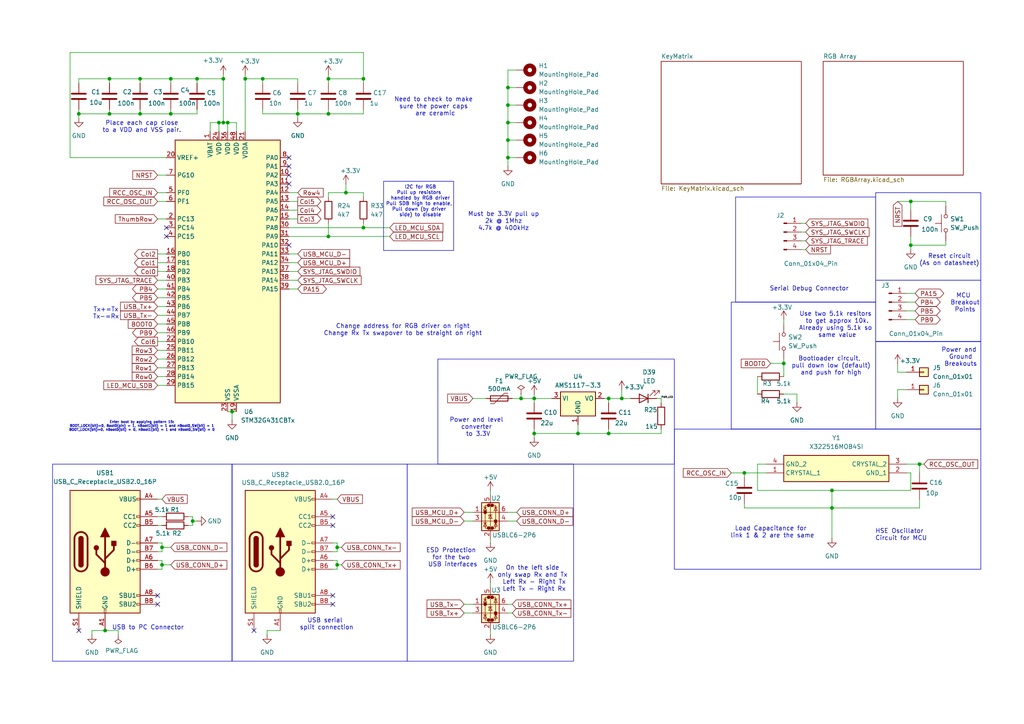
<source format=kicad_sch>
(kicad_sch (version 20250114) (generator "eeschema") (generator_version "9.0")
  (paper "A4")
  (title_block (title "TheFalcon[Left["))
  (rectangle (start 254 81.28) (end 284.48 99.06))
  (rectangle (start 118.11 134.62) (end 166.37 191.77))
  (rectangle (start 254 99.06) (end 284.48 124.46))
  (rectangle (start 212.09 87.63) (end 254 124.46))
  (rectangle (start 111.252 52.578) (end 131.572 72.644))
  (rectangle (start 67.31 134.62) (end 118.11 191.77))
  (rectangle (start 254 55.88) (end 284.48 81.28))
  (rectangle (start 195.58 124.46) (end 284.48 165.1))
  (rectangle (start 15.24 134.62) (end 67.31 191.77))
  (rectangle (start 127 104.14) (end 195.58 134.62))
  (rectangle (start 213.36 57.15) (end 254 87.63))
  (text "Place each cap close\nto a VDD and VSS pair." (at 41.148 36.83 0) (effects (font (size 1.27 1.27))))
  (text "Load Capacitance for \nlink 1 & 2 are the same" (at 224.028 154.432 0) (effects (font (size 1.27 1.27))))
  (text "Power and \nGround\nBreakouts\n" (at 278.638 103.632 0) (effects (font (size 1.27 1.27))))
  (text "Tx+=Tx\nTx-=Rx" (at 30.734 90.932 0) (effects (font (size 1.27 1.27))))
  (text "Must be 3.3V pull up\n2k @ 1Mhz\n4.7k @ 400kHz\n" (at 146.05 64.262 0) (effects (font (size 1.27 1.27))))
  (text "Need to check to make \nsure the power caps \nare ceramic" (at 126.238 30.988 0) (effects (font (size 1.27 1.27))))
  (text "Reset circuit\n(As on datasheet)\n" (at 275.336 75.438 0) (effects (font (size 1.27 1.27))))
  (text "USB serial \nsplit connection" (at 94.742 181.102 0) (effects (font (size 1.27 1.27))))
  (text "Bootloader circuit, \npull down low (default)\nand push for high" (at 241.046 106.172 0) (effects (font (size 1.27 1.27))))
  (text "Change address for RGB driver on right\nChange Rx Tx swapover to be straight on right" (at 116.84 95.758 0) (effects (font (size 1.27 1.27))))
  (text "Enter boot by applying pattern 15:\nBOOT_LOCK(bit)=0, Boot0(pin) = 1, nBoot1(bit) = 1 and nBoot0_SW(bit) = 1\nBOOT_LOCK(bit)=0, nBoot0(bit) = 0, nBoot1(bit) = 1 and nBoot0_SW(bit) = 0" (at 41.148 123.698 0) (effects (font (size 0.7 0.7))))
  (text "Power and level \nconverter \nto 3.3V" (at 138.684 123.952 0) (effects (font (size 1.27 1.27))))
  (text "MCU \nBreakout\nPoints" (at 279.908 87.884 0) (effects (font (size 1.27 1.27))))
  (text "USB to PC Connector\n" (at 42.926 182.118 0) (effects (font (size 1.27 1.27))))
  (text "ESD Protection \nfor the two \nUSB interfaces" (at 131.318 161.798 0) (effects (font (size 1.27 1.27))))
  (text "HSE Oscillator \nCircuit for MCU" (at 261.366 155.194 0) (effects (font (size 1.27 1.27))))
  (text "I2C for RGB\nPull up resistors \nhandled by RGB driver\nPull SDB high to enable, \nPull down (by driver \nside) to disable" (at 121.92 58.42 0) (effects (font (size 1 1))))
  (text "Use two 5.1k resitors \nto get approx 10k.\nAlready using 5.1k so \nsame value\n" (at 242.824 94.234 0) (effects (font (size 1.27 1.27))))
  (text "Serial Debug Connector\n" (at 234.696 83.82 0) (effects (font (size 1.27 1.27))))
  (text "On the left side \nonly swap Rx and Tx \nLeft Rx - Right Tx\nLeft Tx - Right Rx" (at 154.94 167.894 0) (effects (font (size 1.27 1.27))))
  (junction (at 147.32 45.72))
  (junction (at 63.5 35.56))
  (junction (at 147.32 30.48))
  (junction (at 95.25 68.58))
  (junction (at 147.32 40.64))
  (junction (at 105.41 22.86))
  (junction (at 49.53 22.86))
  (junction (at 95.25 22.86))
  (junction (at 215.9 137.16))
  (junction (at 46.99 163.83))
  (junction (at 31.75 33.02))
  (junction (at 180.34 115.57))
  (junction (at 64.77 35.56))
  (junction (at 105.41 66.04))
  (junction (at 71.12 22.86))
  (junction (at 147.32 25.4))
  (junction (at 95.25 33.02))
  (junction (at 22.86 33.02))
  (junction (at 31.75 22.86))
  (junction (at 86.36 33.02))
  (junction (at 264.16 58.42))
  (junction (at 154.94 125.73))
  (junction (at 46.99 158.75))
  (junction (at 167.64 125.73))
  (junction (at 154.94 115.57))
  (junction (at 176.53 115.57))
  (junction (at 97.79 158.75))
  (junction (at 40.64 33.02))
  (junction (at 176.53 125.73))
  (junction (at 266.7 134.62))
  (junction (at 66.04 35.56))
  (junction (at 151.13 115.57))
  (junction (at 147.32 35.56))
  (junction (at 30.48 182.88))
  (junction (at 76.2 22.86))
  (junction (at 241.3 147.32))
  (junction (at 64.77 22.86))
  (junction (at 57.15 22.86))
  (junction (at 55.88 151.13))
  (junction (at 67.31 119.38))
  (junction (at 241.3 142.24))
  (junction (at 264.16 71.12))
  (junction (at 100.33 55.88))
  (junction (at 227.33 105.41))
  (junction (at 40.64 22.86))
  (junction (at 97.79 163.83))
  (junction (at 49.53 33.02))
  (no_connect (at 48.26 66.04))
  (no_connect (at 73.66 182.88))
  (no_connect (at 83.82 45.72))
  (no_connect (at 83.82 48.26))
  (no_connect (at 48.26 68.58))
  (no_connect (at 45.72 172.72))
  (no_connect (at 83.82 53.34))
  (no_connect (at 83.82 50.8))
  (no_connect (at 22.86 182.88))
  (no_connect (at 45.72 175.26))
  (no_connect (at 96.52 172.72))
  (no_connect (at 96.52 175.26))
  (no_connect (at 96.52 149.86))
  (no_connect (at 83.82 71.12))
  (no_connect (at 96.52 152.4))
  (wire (pts (xy 105.41 55.88) (xy 105.41 57.15)))
  (wire (pts (xy 154.94 124.46) (xy 154.94 125.73)))
  (wire (pts (xy 40.64 22.86) (xy 49.53 22.86)))
  (wire (pts (xy 154.94 125.73) (xy 154.94 127)))
  (wire (pts (xy 147.32 40.64) (xy 149.86 40.64)))
  (wire (pts (xy 134.62 175.26) (xy 137.16 175.26)))
  (wire (pts (xy 154.94 125.73) (xy 167.64 125.73)))
  (wire (pts (xy 97.79 162.56) (xy 97.79 163.83)))
  (wire (pts (xy 223.52 105.41) (xy 227.33 105.41)))
  (wire (pts (xy 105.41 22.86) (xy 105.41 24.13)))
  (wire (pts (xy 45.72 165.1) (xy 46.99 165.1)))
  (wire (pts (xy 142.24 142.24) (xy 142.24 143.51)))
  (wire (pts (xy 54.61 152.4) (xy 55.88 152.4)))
  (wire (pts (xy 233.68 72.39) (xy 232.41 72.39)))
  (wire (pts (xy 154.94 115.57) (xy 154.94 116.84)))
  (wire (pts (xy 46.99 160.02) (xy 45.72 160.02)))
  (wire (pts (xy 55.88 152.4) (xy 55.88 151.13)))
  (wire (pts (xy 86.36 33.02) (xy 86.36 34.29)))
  (wire (pts (xy 55.88 149.86) (xy 55.88 151.13)))
  (wire (pts (xy 34.29 182.88) (xy 30.48 182.88)))
  (wire (pts (xy 49.53 22.86) (xy 49.53 24.13)))
  (wire (pts (xy 274.32 69.85) (xy 274.32 71.12)))
  (wire (pts (xy 95.25 22.86) (xy 95.25 24.13)))
  (wire (pts (xy 22.86 22.86) (xy 22.86 24.13)))
  (wire (pts (xy 154.94 114.3) (xy 154.94 115.57)))
  (wire (pts (xy 63.5 35.56) (xy 63.5 38.1)))
  (wire (pts (xy 215.9 146.05) (xy 215.9 147.32)))
  (wire (pts (xy 262.89 113.03) (xy 260.35 113.03)))
  (wire (pts (xy 105.41 64.77) (xy 105.41 66.04)))
  (wire (pts (xy 86.36 83.82) (xy 83.82 83.82)))
  (wire (pts (xy 147.32 35.56) (xy 147.32 40.64)))
  (wire (pts (xy 57.15 22.86) (xy 57.15 24.13)))
  (wire (pts (xy 137.16 115.57) (xy 140.97 115.57)))
  (wire (pts (xy 66.04 35.56) (xy 66.04 38.1)))
  (wire (pts (xy 40.64 31.75) (xy 40.64 33.02)))
  (wire (pts (xy 45.72 157.48) (xy 46.99 157.48)))
  (wire (pts (xy 97.79 157.48) (xy 97.79 158.75)))
  (wire (pts (xy 212.09 137.16) (xy 215.9 137.16)))
  (wire (pts (xy 96.52 144.78) (xy 97.79 144.78)))
  (wire (pts (xy 241.3 142.24) (xy 264.16 142.24)))
  (wire (pts (xy 86.36 81.28) (xy 83.82 81.28)))
  (wire (pts (xy 147.32 20.32) (xy 147.32 25.4)))
  (wire (pts (xy 45.72 55.88) (xy 48.26 55.88)))
  (wire (pts (xy 31.75 22.86) (xy 40.64 22.86)))
  (wire (pts (xy 45.72 83.82) (xy 48.26 83.82)))
  (wire (pts (xy 68.58 35.56) (xy 66.04 35.56)))
  (wire (pts (xy 68.58 38.1) (xy 68.58 35.56)))
  (wire (pts (xy 57.15 33.02) (xy 49.53 33.02)))
  (wire (pts (xy 60.96 35.56) (xy 60.96 38.1)))
  (wire (pts (xy 45.72 104.14) (xy 48.26 104.14)))
  (wire (pts (xy 71.12 22.86) (xy 76.2 22.86)))
  (wire (pts (xy 57.15 31.75) (xy 57.15 33.02)))
  (wire (pts (xy 26.67 182.88) (xy 30.48 182.88)))
  (wire (pts (xy 45.72 73.66) (xy 48.26 73.66)))
  (wire (pts (xy 76.2 22.86) (xy 86.36 22.86)))
  (wire (pts (xy 66.04 119.38) (xy 67.31 119.38)))
  (wire (pts (xy 142.24 156.21) (xy 142.24 157.48)))
  (wire (pts (xy 96.52 157.48) (xy 97.79 157.48)))
  (wire (pts (xy 142.24 168.91) (xy 142.24 170.18)))
  (wire (pts (xy 57.15 22.86) (xy 64.77 22.86)))
  (wire (pts (xy 264.16 137.16) (xy 264.16 142.24)))
  (wire (pts (xy 105.41 33.02) (xy 105.41 31.75)))
  (wire (pts (xy 45.72 152.4) (xy 46.99 152.4)))
  (wire (pts (xy 95.25 64.77) (xy 95.25 68.58)))
  (wire (pts (xy 149.86 148.59) (xy 147.32 148.59)))
  (wire (pts (xy 180.34 113.03) (xy 180.34 115.57)))
  (wire (pts (xy 46.99 158.75) (xy 49.53 158.75)))
  (wire (pts (xy 100.33 53.34) (xy 100.33 55.88)))
  (wire (pts (xy 260.35 58.42) (xy 264.16 58.42)))
  (wire (pts (xy 134.62 151.13) (xy 137.16 151.13)))
  (wire (pts (xy 22.86 33.02) (xy 31.75 33.02)))
  (wire (pts (xy 45.72 93.98) (xy 48.26 93.98)))
  (wire (pts (xy 76.2 31.75) (xy 76.2 33.02)))
  (wire (pts (xy 149.86 25.4) (xy 147.32 25.4)))
  (wire (pts (xy 274.32 58.42) (xy 274.32 59.69)))
  (wire (pts (xy 222.25 137.16) (xy 215.9 137.16)))
  (wire (pts (xy 147.32 30.48) (xy 149.86 30.48)))
  (wire (pts (xy 191.77 125.73) (xy 176.53 125.73)))
  (wire (pts (xy 262.89 107.95) (xy 260.35 107.95)))
  (wire (pts (xy 86.36 31.75) (xy 86.36 33.02)))
  (wire (pts (xy 46.99 163.83) (xy 46.99 165.1)))
  (wire (pts (xy 227.33 104.14) (xy 227.33 105.41)))
  (wire (pts (xy 148.59 115.57) (xy 151.13 115.57)))
  (wire (pts (xy 264.16 68.58) (xy 264.16 71.12)))
  (wire (pts (xy 215.9 147.32) (xy 241.3 147.32)))
  (wire (pts (xy 191.77 124.46) (xy 191.77 125.73)))
  (wire (pts (xy 22.86 31.75) (xy 22.86 33.02)))
  (wire (pts (xy 67.31 119.38) (xy 68.58 119.38)))
  (wire (pts (xy 97.79 160.02) (xy 96.52 160.02)))
  (wire (pts (xy 241.3 142.24) (xy 241.3 147.32)))
  (wire (pts (xy 95.25 33.02) (xy 105.41 33.02)))
  (wire (pts (xy 151.13 115.57) (xy 154.94 115.57)))
  (wire (pts (xy 26.67 182.88) (xy 26.67 184.15)))
  (wire (pts (xy 97.79 158.75) (xy 97.79 160.02)))
  (wire (pts (xy 55.88 151.13) (xy 57.15 151.13)))
  (wire (pts (xy 266.7 147.32) (xy 266.7 144.78)))
  (wire (pts (xy 262.89 134.62) (xy 266.7 134.62)))
  (wire (pts (xy 83.82 68.58) (xy 95.25 68.58)))
  (wire (pts (xy 86.36 63.5) (xy 83.82 63.5)))
  (wire (pts (xy 45.72 106.68) (xy 48.26 106.68)))
  (wire (pts (xy 260.35 107.95) (xy 260.35 105.41)))
  (wire (pts (xy 45.72 99.06) (xy 48.26 99.06)))
  (wire (pts (xy 176.53 115.57) (xy 180.34 115.57)))
  (wire (pts (xy 46.99 163.83) (xy 49.53 163.83)))
  (wire (pts (xy 67.31 119.38) (xy 67.31 121.92)))
  (wire (pts (xy 227.33 114.3) (xy 231.14 114.3)))
  (wire (pts (xy 262.89 137.16) (xy 264.16 137.16)))
  (wire (pts (xy 64.77 35.56) (xy 63.5 35.56)))
  (wire (pts (xy 71.12 22.86) (xy 71.12 38.1)))
  (wire (pts (xy 260.35 113.03) (xy 260.35 115.57)))
  (wire (pts (xy 233.68 67.31) (xy 232.41 67.31)))
  (wire (pts (xy 264.16 72.39) (xy 264.16 71.12)))
  (wire (pts (xy 45.72 76.2) (xy 48.26 76.2)))
  (wire (pts (xy 154.94 115.57) (xy 160.02 115.57)))
  (wire (pts (xy 262.89 85.09) (xy 265.43 85.09)))
  (wire (pts (xy 176.53 115.57) (xy 176.53 116.84)))
  (wire (pts (xy 233.68 64.77) (xy 232.41 64.77)))
  (wire (pts (xy 86.36 33.02) (xy 95.25 33.02)))
  (wire (pts (xy 97.79 163.83) (xy 97.79 165.1)))
  (wire (pts (xy 86.36 60.96) (xy 83.82 60.96)))
  (wire (pts (xy 40.64 22.86) (xy 40.64 24.13)))
  (wire (pts (xy 262.89 87.63) (xy 265.43 87.63)))
  (wire (pts (xy 77.47 182.88) (xy 81.28 182.88)))
  (wire (pts (xy 142.24 182.88) (xy 142.24 184.15)))
  (wire (pts (xy 54.61 149.86) (xy 55.88 149.86)))
  (wire (pts (xy 147.32 40.64) (xy 147.32 45.72)))
  (wire (pts (xy 147.32 30.48) (xy 147.32 35.56)))
  (wire (pts (xy 222.25 134.62) (xy 219.71 134.62)))
  (wire (pts (xy 175.26 115.57) (xy 176.53 115.57)))
  (wire (pts (xy 22.86 33.02) (xy 22.86 34.29)))
  (wire (pts (xy 45.72 50.8) (xy 48.26 50.8)))
  (wire (pts (xy 49.53 31.75) (xy 49.53 33.02)))
  (wire (pts (xy 95.25 22.86) (xy 105.41 22.86)))
  (wire (pts (xy 96.52 162.56) (xy 97.79 162.56)))
  (wire (pts (xy 149.86 151.13) (xy 147.32 151.13)))
  (wire (pts (xy 147.32 45.72) (xy 147.32 48.26)))
  (wire (pts (xy 266.7 134.62) (xy 266.7 137.16)))
  (wire (pts (xy 46.99 157.48) (xy 46.99 158.75)))
  (wire (pts (xy 64.77 21.59) (xy 64.77 22.86)))
  (wire (pts (xy 95.25 68.58) (xy 113.03 68.58)))
  (wire (pts (xy 31.75 22.86) (xy 31.75 24.13)))
  (wire (pts (xy 264.16 58.42) (xy 264.16 60.96)))
  (wire (pts (xy 100.33 55.88) (xy 105.41 55.88)))
  (wire (pts (xy 20.32 45.72) (xy 48.26 45.72)))
  (wire (pts (xy 147.32 25.4) (xy 147.32 30.48)))
  (wire (pts (xy 45.72 58.42) (xy 48.26 58.42)))
  (wire (pts (xy 190.5 115.57) (xy 191.77 115.57)))
  (wire (pts (xy 266.7 134.62) (xy 267.97 134.62)))
  (wire (pts (xy 31.75 33.02) (xy 40.64 33.02)))
  (wire (pts (xy 134.62 148.59) (xy 137.16 148.59)))
  (wire (pts (xy 219.71 109.22) (xy 219.71 114.3)))
  (wire (pts (xy 45.72 91.44) (xy 48.26 91.44)))
  (wire (pts (xy 45.72 162.56) (xy 46.99 162.56)))
  (wire (pts (xy 241.3 147.32) (xy 241.3 156.21)))
  (wire (pts (xy 46.99 158.75) (xy 46.99 160.02)))
  (wire (pts (xy 149.86 20.32) (xy 147.32 20.32)))
  (wire (pts (xy 191.77 115.57) (xy 191.77 116.84)))
  (wire (pts (xy 96.52 165.1) (xy 97.79 165.1)))
  (wire (pts (xy 176.53 124.46) (xy 176.53 125.73)))
  (wire (pts (xy 86.36 58.42) (xy 83.82 58.42)))
  (wire (pts (xy 49.53 33.02) (xy 40.64 33.02)))
  (wire (pts (xy 45.72 88.9) (xy 48.26 88.9)))
  (wire (pts (xy 95.25 33.02) (xy 95.25 31.75)))
  (wire (pts (xy 76.2 33.02) (xy 86.36 33.02)))
  (wire (pts (xy 45.72 149.86) (xy 46.99 149.86)))
  (wire (pts (xy 46.99 144.78) (xy 45.72 144.78)))
  (wire (pts (xy 45.72 101.6) (xy 48.26 101.6)))
  (wire (pts (xy 227.33 92.71) (xy 227.33 93.98)))
  (wire (pts (xy 71.12 21.59) (xy 71.12 22.86)))
  (wire (pts (xy 134.62 177.8) (xy 137.16 177.8)))
  (wire (pts (xy 66.04 35.56) (xy 64.77 35.56)))
  (wire (pts (xy 95.25 55.88) (xy 100.33 55.88)))
  (wire (pts (xy 20.32 15.24) (xy 105.41 15.24)))
  (wire (pts (xy 63.5 35.56) (xy 60.96 35.56)))
  (wire (pts (xy 45.72 63.5) (xy 48.26 63.5)))
  (wire (pts (xy 64.77 22.86) (xy 64.77 35.56)))
  (wire (pts (xy 86.36 73.66) (xy 83.82 73.66)))
  (wire (pts (xy 97.79 163.83) (xy 99.06 163.83)))
  (wire (pts (xy 231.14 114.3) (xy 231.14 116.84)))
  (wire (pts (xy 86.36 78.74) (xy 83.82 78.74)))
  (wire (pts (xy 148.59 175.26) (xy 147.32 175.26)))
  (wire (pts (xy 147.32 35.56) (xy 149.86 35.56)))
  (wire (pts (xy 219.71 142.24) (xy 241.3 142.24)))
  (wire (pts (xy 264.16 58.42) (xy 274.32 58.42)))
  (wire (pts (xy 46.99 162.56) (xy 46.99 163.83)))
  (wire (pts (xy 20.32 45.72) (xy 20.32 15.24)))
  (wire (pts (xy 49.53 22.86) (xy 57.15 22.86)))
  (wire (pts (xy 45.72 96.52) (xy 48.26 96.52)))
  (wire (pts (xy 76.2 22.86) (xy 76.2 24.13)))
  (wire (pts (xy 86.36 22.86) (xy 86.36 24.13)))
  (wire (pts (xy 149.86 45.72) (xy 147.32 45.72)))
  (wire (pts (xy 83.82 66.04) (xy 105.41 66.04)))
  (wire (pts (xy 105.41 15.24) (xy 105.41 22.86)))
  (wire (pts (xy 45.72 111.76) (xy 48.26 111.76)))
  (wire (pts (xy 167.64 125.73) (xy 176.53 125.73)))
  (wire (pts (xy 167.64 125.73) (xy 167.64 123.19)))
  (wire (pts (xy 86.36 76.2) (xy 83.82 76.2)))
  (wire (pts (xy 266.7 147.32) (xy 241.3 147.32)))
  (wire (pts (xy 233.68 69.85) (xy 232.41 69.85)))
  (wire (pts (xy 151.13 114.3) (xy 151.13 115.57)))
  (wire (pts (xy 262.89 92.71) (xy 265.43 92.71)))
  (wire (pts (xy 22.86 22.86) (xy 31.75 22.86)))
  (wire (pts (xy 97.79 158.75) (xy 99.06 158.75)))
  (wire (pts (xy 215.9 137.16) (xy 215.9 138.43)))
  (wire (pts (xy 219.71 134.62) (xy 219.71 142.24)))
  (wire (pts (xy 95.25 57.15) (xy 95.25 55.88)))
  (wire (pts (xy 95.25 21.59) (xy 95.25 22.86)))
  (wire (pts (xy 262.89 90.17) (xy 265.43 90.17)))
  (wire (pts (xy 45.72 78.74) (xy 48.26 78.74)))
  (wire (pts (xy 34.29 184.15) (xy 34.29 182.88)))
  (wire (pts (xy 148.59 177.8) (xy 147.32 177.8)))
  (wire (pts (xy 77.47 182.88) (xy 77.47 184.15)))
  (wire (pts (xy 264.16 71.12) (xy 274.32 71.12)))
  (wire (pts (xy 45.72 81.28) (xy 48.26 81.28)))
  (wire (pts (xy 180.34 115.57) (xy 182.88 115.57)))
  (wire (pts (xy 31.75 31.75) (xy 31.75 33.02)))
  (wire (pts (xy 227.33 105.41) (xy 227.33 109.22)))
  (wire (pts (xy 86.36 55.88) (xy 83.82 55.88)))
  (wire (pts (xy 45.72 86.36) (xy 48.26 86.36)))
  (wire (pts (xy 105.41 66.04) (xy 113.03 66.04)))
  (wire (pts (xy 45.72 109.22) (xy 48.26 109.22)))
  (label "PWR_LED" (at 191.77 115.57 0) (effects (font (size 0.5 0.5))))
  (global_label "USB_CONN_Tx+" (shape input) (at 148.59 175.26 0) (property "Intersheetrefs" "${INTERSHEET_REFS}" (effects (hide yes))))
  (global_label "Col0" (shape output) (at 45.72 78.74 180) (property "Intersheetrefs" "${INTERSHEET_REFS}" (effects (hide yes))))
  (global_label "PB4" (shape bidirectional) (at 45.72 83.82 180) (property "Intersheetrefs" "${INTERSHEET_REFS}" (effects (hide yes))))
  (global_label "Col2" (shape output) (at 45.72 73.66 180) (property "Intersheetrefs" "${INTERSHEET_REFS}" (effects (hide yes))))
  (global_label "LED_MCU_SDA" (shape input) (at 113.03 66.04 0) (property "Intersheetrefs" "${INTERSHEET_REFS}" (effects (hide yes))))
  (global_label "Row2" (shape input) (at 45.72 104.14 180) (property "Intersheetrefs" "${INTERSHEET_REFS}" (effects (hide yes))))
  (global_label "SYS_JTAG_TRACE" (shape input) (at 233.68 69.85 0) (property "Intersheetrefs" "${INTERSHEET_REFS}" (effects (hide yes))))
  (global_label "RCC_OSC_IN" (shape input) (at 45.72 55.88 180) (property "Intersheetrefs" "${INTERSHEET_REFS}" (effects (hide yes))))
  (global_label "USB_CONN_Tx-" (shape input) (at 148.59 177.8 0) (property "Intersheetrefs" "${INTERSHEET_REFS}" (effects (hide yes))))
  (global_label "SYS_JTAG_SWCLK" (shape input) (at 86.36 81.28 0) (property "Intersheetrefs" "${INTERSHEET_REFS}" (effects (hide yes))))
  (global_label "USB_Tx+" (shape input) (at 134.62 177.8 180) (property "Intersheetrefs" "${INTERSHEET_REFS}" (effects (hide yes))))
  (global_label "RCC_OSC_OUT" (shape input) (at 267.97 134.62 0) (property "Intersheetrefs" "${INTERSHEET_REFS}" (effects (hide yes))))
  (global_label "USB_MCU_D-" (shape input) (at 134.62 151.13 180) (property "Intersheetrefs" "${INTERSHEET_REFS}" (effects (hide yes))))
  (global_label "Row4" (shape input) (at 86.36 55.88 0) (property "Intersheetrefs" "${INTERSHEET_REFS}" (effects (hide yes))))
  (global_label "Row3" (shape input) (at 45.72 101.6 180) (property "Intersheetrefs" "${INTERSHEET_REFS}" (effects (hide yes))))
  (global_label "RCC_OSC_IN" (shape input) (at 212.09 137.16 180) (property "Intersheetrefs" "${INTERSHEET_REFS}" (effects (hide yes))))
  (global_label "BOOT0" (shape input) (at 45.72 93.98 180) (property "Intersheetrefs" "${INTERSHEET_REFS}" (effects (hide yes))))
  (global_label "PB9" (shape bidirectional) (at 45.72 96.52 180) (property "Intersheetrefs" "${INTERSHEET_REFS}" (effects (hide yes))))
  (global_label "NRST" (shape input) (at 233.68 72.39 0) (property "Intersheetrefs" "${INTERSHEET_REFS}" (effects (hide yes))))
  (global_label "PB9" (shape bidirectional) (at 265.43 92.71 0) (property "Intersheetrefs" "${INTERSHEET_REFS}" (effects (hide yes))))
  (global_label "LED_MCU_SDB" (shape input) (at 45.72 111.76 180) (property "Intersheetrefs" "${INTERSHEET_REFS}" (effects (hide yes))))
  (global_label "USB_CONN_D+" (shape input) (at 149.86 148.59 0) (property "Intersheetrefs" "${INTERSHEET_REFS}" (effects (hide yes))))
  (global_label "USB_MCU_D+" (shape input) (at 134.62 148.59 180) (property "Intersheetrefs" "${INTERSHEET_REFS}" (effects (hide yes))))
  (global_label "PA15" (shape bidirectional) (at 265.43 85.09 0) (property "Intersheetrefs" "${INTERSHEET_REFS}" (effects (hide yes))))
  (global_label "USB_Tx+" (shape input) (at 45.72 88.9 180) (property "Intersheetrefs" "${INTERSHEET_REFS}" (effects (hide yes))))
  (global_label "VBUS" (shape input) (at 46.99 144.78 0) (property "Intersheetrefs" "${INTERSHEET_REFS}" (effects (hide yes))))
  (global_label "SYS_JTAG_SWDIO" (shape input) (at 233.68 64.77 0) (property "Intersheetrefs" "${INTERSHEET_REFS}" (effects (hide yes))))
  (global_label "USB_CONN_D-" (shape input) (at 49.53 158.75 0) (property "Intersheetrefs" "${INTERSHEET_REFS}" (effects (hide yes))))
  (global_label "USB_CONN_Tx-" (shape input) (at 99.06 158.75 0) (property "Intersheetrefs" "${INTERSHEET_REFS}" (effects (hide yes))))
  (global_label "PB4" (shape bidirectional) (at 265.43 87.63 0) (property "Intersheetrefs" "${INTERSHEET_REFS}" (effects (hide yes))))
  (global_label "USB_MCU_D+" (shape input) (at 86.36 76.2 0) (property "Intersheetrefs" "${INTERSHEET_REFS}" (effects (hide yes))))
  (global_label "PB5" (shape bidirectional) (at 45.72 86.36 180) (property "Intersheetrefs" "${INTERSHEET_REFS}" (effects (hide yes))))
  (global_label "SYS_JTAG_TRACE" (shape input) (at 45.72 81.28 180) (property "Intersheetrefs" "${INTERSHEET_REFS}" (effects (hide yes))))
  (global_label "USB_CONN_D+" (shape input) (at 49.53 163.83 0) (property "Intersheetrefs" "${INTERSHEET_REFS}" (effects (hide yes))))
  (global_label "Col3" (shape output) (at 86.36 63.5 0) (property "Intersheetrefs" "${INTERSHEET_REFS}" (effects (hide yes))))
  (global_label "SYS_JTAG_SWCLK" (shape input) (at 233.68 67.31 0) (property "Intersheetrefs" "${INTERSHEET_REFS}" (effects (hide yes))))
  (global_label "Col1" (shape output) (at 45.72 76.2 180) (property "Intersheetrefs" "${INTERSHEET_REFS}" (effects (hide yes))))
  (global_label "LED_MCU_SCL" (shape input) (at 113.03 68.58 0) (property "Intersheetrefs" "${INTERSHEET_REFS}" (effects (hide yes))))
  (global_label "USB_Tx-" (shape input) (at 134.62 175.26 180) (property "Intersheetrefs" "${INTERSHEET_REFS}" (effects (hide yes))))
  (global_label "VBUS" (shape input) (at 97.79 144.78 0) (property "Intersheetrefs" "${INTERSHEET_REFS}" (effects (hide yes))))
  (global_label "SYS_JTAG_SWDIO" (shape input) (at 86.36 78.74 0) (property "Intersheetrefs" "${INTERSHEET_REFS}" (effects (hide yes))))
  (global_label "BOOT0" (shape input) (at 223.52 105.41 180) (property "Intersheetrefs" "${INTERSHEET_REFS}" (effects (hide yes))))
  (global_label "Col5" (shape output) (at 86.36 58.42 0) (property "Intersheetrefs" "${INTERSHEET_REFS}" (effects (hide yes))))
  (global_label "USB_MCU_D-" (shape input) (at 86.36 73.66 0) (property "Intersheetrefs" "${INTERSHEET_REFS}" (effects (hide yes))))
  (global_label "Col6" (shape output) (at 45.72 99.06 180) (property "Intersheetrefs" "${INTERSHEET_REFS}" (effects (hide yes))))
  (global_label "VBUS" (shape input) (at 137.16 115.57 180) (property "Intersheetrefs" "${INTERSHEET_REFS}" (effects (hide yes))))
  (global_label "NRST" (shape input) (at 260.35 58.42 270) (property "Intersheetrefs" "${INTERSHEET_REFS}" (effects (hide yes))))
  (global_label "RCC_OSC_OUT" (shape input) (at 45.72 58.42 180) (property "Intersheetrefs" "${INTERSHEET_REFS}" (effects (hide yes))))
  (global_label "Col4" (shape output) (at 86.36 60.96 0) (property "Intersheetrefs" "${INTERSHEET_REFS}" (effects (hide yes))))
  (global_label "USB_CONN_Tx+" (shape input) (at 99.06 163.83 0) (property "Intersheetrefs" "${INTERSHEET_REFS}" (effects (hide yes))))
  (global_label "ThumbRow" (shape input) (at 45.72 63.5 180) (property "Intersheetrefs" "${INTERSHEET_REFS}" (effects (hide yes))))
  (global_label "USB_CONN_D-" (shape input) (at 149.86 151.13 0) (property "Intersheetrefs" "${INTERSHEET_REFS}" (effects (hide yes))))
  (global_label "USB_Tx-" (shape input) (at 45.72 91.44 180) (property "Intersheetrefs" "${INTERSHEET_REFS}" (effects (hide yes))))
  (global_label "PA15" (shape bidirectional) (at 86.36 83.82 0) (property "Intersheetrefs" "${INTERSHEET_REFS}" (effects (hide yes))))
  (global_label "NRST" (shape input) (at 45.72 50.8 180) (property "Intersheetrefs" "${INTERSHEET_REFS}" (effects (hide yes))))
  (global_label "Row1" (shape input) (at 45.72 106.68 180) (property "Intersheetrefs" "${INTERSHEET_REFS}" (effects (hide yes))))
  (global_label "Row0" (shape input) (at 45.72 109.22 180) (property "Intersheetrefs" "${INTERSHEET_REFS}" (effects (hide yes))))
  (global_label "PB5" (shape bidirectional) (at 265.43 90.17 0) (property "Intersheetrefs" "${INTERSHEET_REFS}" (effects (hide yes))))
  (symbol (lib_id "power:PWR_FLAG") (at 151.13 114.3 0) (unit 1)
    (property "Reference" "#FLG01" (effects (hide yes)))
    (property "Value" "PWR_FLAG" (at 151.13 109.22 0))
    (property "Description" "Special symbol for telling ERC where power comes from" (effects (hide yes)))
  )
  (symbol (lib_id "Mechanical:MountingHole_Pad") (at 152.4 30.48 270) (unit 1) (in_bom no)
    (property "Reference" "H3" (at 156.21 29.2099 90) (effects (justify left)))
    (property "Value" "MountingHole_Pad" (at 156.21 31.7499 90) (effects (justify left)))
    (property "Footprint" "MountingHole:MountingHole_2.2mm_M2_Pad" (effects (hide yes)))
    (property "Description" "Mounting Hole with connection" (effects (hide yes)))
  )
  (symbol (lib_id "Connector_Generic:Conn_01x01") (at 267.97 113.03 0) (unit 1)
    (property "Reference" "J6" (at 270.51 111.7599 0) (effects (justify left)))
    (property "Value" "Conn_01x01" (at 270.51 114.2999 0) (effects (justify left)))
    (property "Footprint" "Connector_Wire:SolderWire-0.1sqmm_1x01_D0.4mm_OD1mm" (effects (hide yes)))
    (property "Description" "Generic connector, single row, 01x01, script generated (kicad-library-utils/schlib/autogen/connector/)" (effects (hide yes)))
  )
  (symbol (lib_id "power:GND") (at 77.47 184.15 0) (unit 1)
    (property "Reference" "#PWR02" (effects (hide yes)))
    (property "Value" "GND" (at 77.47 189.23 0))
    (property "Description" "Power symbol creates a global label with name \"GND\" , ground" (effects (hide yes)))
  )
  (symbol (lib_id "Mechanical:MountingHole_Pad") (at 152.4 45.72 270) (unit 1) (in_bom no)
    (property "Reference" "H6" (at 156.21 44.4499 90) (effects (justify left)))
    (property "Value" "MountingHole_Pad" (at 156.21 46.9899 90) (effects (justify left)))
    (property "Footprint" "MountingHole:MountingHole_2.2mm_M2_Pad" (effects (hide yes)))
    (property "Description" "Mounting Hole with connection" (effects (hide yes)))
  )
  (symbol (lib_id "Mechanical:MountingHole_Pad") (at 152.4 20.32 270) (unit 1) (in_bom no)
    (property "Reference" "H1" (at 156.21 19.0499 90) (effects (justify left)))
    (property "Value" "MountingHole_Pad" (at 156.21 21.5899 90) (effects (justify left)))
    (property "Footprint" "MountingHole:MountingHole_2.2mm_M2_Pad" (effects (hide yes)))
    (property "Description" "Mounting Hole with connection" (effects (hide yes)))
  )
  (symbol (lib_id "Mechanical:MountingHole_Pad") (at 152.4 40.64 270) (unit 1) (in_bom no)
    (property "Reference" "H5" (at 156.21 39.3699 90) (effects (justify left)))
    (property "Value" "MountingHole_Pad" (at 156.21 41.9099 90) (effects (justify left)))
    (property "Footprint" "MountingHole:MountingHole_2.2mm_M2_Pad" (effects (hide yes)))
    (property "Description" "Mounting Hole with connection" (effects (hide yes)))
  )
  (symbol (lib_id "MCU_ST_STM32G4:STM32G431CBTx") (at 66.04 78.74 0) (unit 1)
    (property "Reference" "U6" (at 70.7233 119.38 0) (effects (justify left)))
    (property "Value" "STM32G431CBTx" (at 69.85 121.92 0) (effects (justify left)))
    (property "Footprint" "Package_QFP:LQFP-48_7x7mm_P0.5mm" (effects (hide yes)))
    (property "Datasheet" "https://www.st.com/resource/en/datasheet/stm32g431cb.pdf" (effects (hide yes)))
    (property "Description" "STMicroelectronics Arm Cortex-M4 MCU, 128KB flash, 32KB RAM, 170 MHz, 1.71-3.6V, 38 GPIO, LQFP48" (effects (hide yes)))
  )
  (symbol (lib_id "power:+5V") (at 142.24 142.24 0) (unit 1)
    (property "Reference" "#PWR017" (effects (hide yes)))
    (property "Value" "+5V" (at 142.24 138.43 0))
    (property "Description" "Power symbol creates a global label with name \"+5V\"" (effects (hide yes)))
  )
  (symbol (lib_id "Connector:Conn_01x04_Pin") (at 227.33 67.31 0) (unit 1)
    (property "Reference" "J2" (at 226.314 62.484 0))
    (property "Value" "Conn_01x04_Pin" (at 235.204 76.454 0))
    (property "Footprint" "Connector_Wire:SolderWire-1sqmm_1x04_P5.4mm_D1.4mm_OD2.7mm" (effects (hide yes)))
    (property "Description" "Generic connector, single row, 01x04, script generated" (effects (hide yes)))
  )
  (symbol (lib_id "Device:C") (at 215.9 142.24 0) (unit 1)
    (property "Reference" "C15" (at 210.312 140.208 0) (effects (justify left)))
    (property "Value" "10p" (at 211.328 144.272 0) (effects (justify left)))
    (property "Footprint" "Capacitor_SMD:C_0402_1005Metric" (effects (hide yes)))
    (property "Description" "Unpolarized capacitor" (effects (hide yes)))
  )
  (symbol (lib_id "Power_Protection:USBLC6-2P6") (at 142.24 148.59 0) (unit 1)
    (property "Reference" "U2" (at 142.494 144.526 0) (effects (justify left)))
    (property "Value" "USBLC6-2P6" (at 142.748 155.194 0) (effects (justify left)))
    (property "Footprint" "Package_TO_SOT_SMD:SOT-666" (effects (hide yes)))
    (property "Datasheet" "https://www.st.com/resource/en/datasheet/usblc6-2.pdf" (effects (hide yes)))
    (property "Description" "Very low capacitance ESD protection diode, 2 data-line, SOT-666" (effects (hide yes)))
    (property "Link" "https://jlcpcb.com/partdetail/31512546-USBLC6_2P6_UMW/C29780639" (effects (hide yes)))
  )
  (symbol (lib_id "power:GND") (at 154.94 127 0) (unit 1)
    (property "Reference" "#PWR016" (effects (hide yes)))
    (property "Value" "GND" (at 154.94 132.08 0))
    (property "Description" "Power symbol creates a global label with name \"GND\" , ground" (effects (hide yes)))
  )
  (symbol (lib_id "Mechanical:MountingHole_Pad") (at 152.4 35.56 270) (unit 1) (in_bom no)
    (property "Reference" "H4" (at 156.21 34.2899 90) (effects (justify left)))
    (property "Value" "MountingHole_Pad" (at 156.21 36.8299 90) (effects (justify left)))
    (property "Footprint" "MountingHole:MountingHole_2.2mm_M2_Pad" (effects (hide yes)))
    (property "Description" "Mounting Hole with connection" (effects (hide yes)))
  )
  (symbol (lib_id "power:+3.3V") (at 227.33 92.71 0) (unit 1)
    (property "Reference" "#PWR012" (effects (hide yes)))
    (property "Value" "+3.3V" (at 226.822 89.154 0))
    (property "Description" "Power symbol creates a global label with name \"+3.3V\"" (effects (hide yes)))
  )
  (symbol (lib_id "Device:R") (at 191.77 120.65 180) (unit 1)
    (property "Reference" "R25" (at 188.722 118.872 0))
    (property "Value" "1k5" (at 188.976 123.698 0))
    (property "Footprint" "Resistor_SMD:R_0603_1608Metric" (effects (hide yes)))
    (property "Description" "Resistor" (effects (hide yes)))
  )
  (symbol (lib_id "power:+3.3V") (at 95.25 21.59 0) (unit 1)
    (property "Reference" "#PWR037" (effects (hide yes)))
    (property "Value" "+3.3V" (at 96.52 17.78 0))
    (property "Description" "Power symbol creates a global label with name \"+3.3V\"" (effects (hide yes)))
  )
  (symbol (lib_id "Switch:SW_Push") (at 274.32 64.77 90) (unit 1)
    (property "Reference" "SW1" (at 275.59 63.4999 90) (effects (justify right)))
    (property "Value" "SW_Push" (at 275.59 66.0399 90) (effects (justify right)))
    (property "Footprint" "Button_Switch_SMD:SW_SPST_B3U-1000P" (effects (hide yes)))
    (property "Description" "Push button switch, generic, two pins" (effects (hide yes)))
  )
  (symbol (lib_id "power:GND") (at 260.35 115.57 0) (unit 1)
    (property "Reference" "#PWR033" (effects (hide yes)))
    (property "Value" "GND" (at 260.35 120.65 0))
    (property "Description" "Power symbol creates a global label with name \"GND\" , ground" (effects (hide yes)))
  )
  (symbol (lib_id "Device:Polyfuse") (at 144.78 115.57 90) (unit 1)
    (property "Reference" "F1" (at 144.78 110.49 90))
    (property "Value" "500mA" (at 144.78 112.776 90))
    (property "Footprint" "Fuse:Fuse_1206_3216Metric" (effects (hide yes)))
    (property "Description" "Resettable fuse, polymeric positive temperature coefficient" (effects (hide yes)))
  )
  (symbol (lib_id "Connector_Generic:Conn_01x01") (at 267.97 107.95 0) (unit 1)
    (property "Reference" "J5" (at 270.51 106.6799 0) (effects (justify left)))
    (property "Value" "Conn_01x01" (at 270.51 109.2199 0) (effects (justify left)))
    (property "Footprint" "Connector_Wire:SolderWire-0.1sqmm_1x01_D0.4mm_OD1mm" (effects (hide yes)))
    (property "Description" "Generic connector, single row, 01x01, script generated (kicad-library-utils/schlib/autogen/connector/)" (effects (hide yes)))
  )
  (symbol (lib_id "Connector:USB_C_Receptacle_USB2.0_16P") (at 81.28 160.02 0) (unit 1)
    (property "Reference" "USB2" (at 81.28 137.668 0))
    (property "Value" "USB_C_Receptacle_USB2.0_16P" (at 85.09 139.954 0))
    (property "Footprint" "Connector_USB:USB_C_Receptacle_G-Switch_GT-USB-7010ASV" (effects (hide yes)))
    (property "Datasheet" "https://www.usb.org/sites/default/files/documents/usb_type-c.zip" (effects (hide yes)))
    (property "Description" "USB 2.0-only 16P Type-C Receptacle connector" (effects (hide yes)))
    (property "Link" "https://jlcpcb.com/partdetail/gswitch-GT_USB7010ASV/C2988369" (effects (hide yes)))
  )
  (symbol (lib_id "Switch:SW_Push") (at 227.33 99.06 90) (unit 1)
    (property "Reference" "SW2" (at 228.6 97.7899 90) (effects (justify right)))
    (property "Value" "SW_Push" (at 228.6 100.3299 90) (effects (justify right)))
    (property "Footprint" "Button_Switch_SMD:SW_SPST_B3U-1000P" (effects (hide yes)))
    (property "Description" "Push button switch, generic, two pins" (effects (hide yes)))
  )
  (symbol (lib_id "power:+5V") (at 142.24 168.91 0) (unit 1)
    (property "Reference" "#PWR018" (effects (hide yes)))
    (property "Value" "+5V" (at 142.24 165.1 0))
    (property "Description" "Power symbol creates a global label with name \"+5V\"" (effects (hide yes)))
  )
  (symbol (lib_id "power:GND") (at 264.16 72.39 0) (unit 1)
    (property "Reference" "#PWR011" (effects (hide yes)))
    (property "Value" "GND" (at 264.16 77.47 0))
    (property "Description" "Power symbol creates a global label with name \"GND\" , ground" (effects (hide yes)))
  )
  (symbol (lib_id "Device:C") (at 176.53 120.65 0) (unit 1)
    (property "Reference" "C11" (at 179.324 119.634 0) (effects (justify left)))
    (property "Value" "22u" (at 178.308 122.682 0) (effects (justify left)))
    (property "Footprint" "Capacitor_SMD:C_1206_3216Metric" (effects (hide yes)))
    (property "Description" "Unpolarized capacitor" (effects (hide yes)))
  )
  (symbol (lib_id "power:+3.3V") (at 100.33 53.34 0) (unit 1)
    (property "Reference" "#PWR027" (effects (hide yes)))
    (property "Value" "+3.3V" (at 101.6 49.53 0))
    (property "Description" "Power symbol creates a global label with name \"+3.3V\"" (effects (hide yes)))
  )
  (symbol (lib_id "power:GND") (at 86.36 34.29 0) (unit 1)
    (property "Reference" "#PWR08" (effects (hide yes)))
    (property "Value" "GND" (at 86.36 39.37 0))
    (property "Description" "Power symbol creates a global label with name \"GND\" , ground" (effects (hide yes)))
  )
  (symbol (lib_id "Device:R") (at 95.25 60.96 0) (unit 1)
    (property "Reference" "R24" (at 97.79 59.6899 0) (effects (justify left)))
    (property "Value" "4k7" (at 97.79 62.2299 0) (effects (justify left)))
    (property "Footprint" "Resistor_SMD:R_0603_1608Metric" (effects (hide yes)))
    (property "Description" "Resistor" (effects (hide yes)))
  )
  (symbol (lib_id "power:GND") (at 22.86 34.29 0) (unit 1)
    (property "Reference" "#PWR04" (effects (hide yes)))
    (property "Value" "GND" (at 22.86 39.37 0))
    (property "Description" "Power symbol creates a global label with name \"GND\" , ground" (effects (hide yes)))
  )
  (symbol (lib_id "power:GND") (at 241.3 156.21 0) (unit 1)
    (property "Reference" "#PWR028" (effects (hide yes)))
    (property "Value" "GND" (at 241.3 161.29 0))
    (property "Description" "Power symbol creates a global label with name \"GND\" , ground" (effects (hide yes)))
  )
  (symbol (lib_id "Device:C") (at 86.36 27.94 0) (unit 1)
    (property "Reference" "C7" (at 89.154 26.924 0) (effects (justify left)))
    (property "Value" "1u" (at 88.138 29.972 0) (effects (justify left)))
    (property "Footprint" "Capacitor_SMD:C_0603_1608Metric" (effects (hide yes)))
    (property "Description" "Unpolarized capacitor" (effects (hide yes)))
  )
  (symbol (lib_id "Device:C") (at 105.41 27.94 0) (unit 1)
    (property "Reference" "C17" (at 108.204 26.924 0) (effects (justify left)))
    (property "Value" "1u" (at 107.188 29.972 0) (effects (justify left)))
    (property "Footprint" "Capacitor_SMD:C_0603_1608Metric" (effects (hide yes)))
    (property "Description" "Unpolarized capacitor" (effects (hide yes)))
  )
  (symbol (lib_id "Power_Protection:USBLC6-2P6") (at 142.24 175.26 0) (unit 1)
    (property "Reference" "U3" (at 142.494 171.196 0) (effects (justify left)))
    (property "Value" "USBLC6-2P6" (at 142.748 181.864 0) (effects (justify left)))
    (property "Footprint" "Package_TO_SOT_SMD:SOT-666" (effects (hide yes)))
    (property "Datasheet" "https://www.st.com/resource/en/datasheet/usblc6-2.pdf" (effects (hide yes)))
    (property "Description" "Very low capacitance ESD protection diode, 2 data-line, SOT-666" (effects (hide yes)))
  )
  (symbol (lib_id "SamacSys_Parts:X322516MOB4SI") (at 222.25 134.62 0) (unit 1)
    (property "Reference" "Y1" (at 242.57 127 0))
    (property "Value" "X322516MOB4SI" (at 242.57 129.54 0))
    (property "Footprint" "SamacSys_Parts:X322516MOB4SI" (effects (hide yes)))
    (property "Datasheet" "https://datasheet.lcsc.com/szlcsc/Yangxing-Tech-X322516MOB4SI_C12668.pdf" (effects (hide yes)))
    (property "Description" "16MHz +/-10ppm SMD-3225_4P SMD Crystal Resonators" (effects (hide yes)))
    (property "Height" "0.8" (effects (hide yes)))
    (property "Manufacturer_Name" "Yangxing Tech" (effects (hide yes)))
    (property "Manufacturer_Part_Number" "X322516MOB4SI" (effects (hide yes)))
    (property "Link1" "https://jlcpcb.com/partdetail/Yxc_CrystalOscillators-X322516MOB4SI/C12668" (effects (hide yes)))
    (property "Link2" "https://za.rs-online.com/web/p/crystal-units/1712765?cm_mmc=ZA-PLA-DS3A-_-google-_-PLA_ZA_EN_PMAX_Catch+All-_--_-1712765&matchtype=&&gclsrc=aw.ds&gad_source=1&gad_campaignid=20574379828&gclid=Cj0KCQjwgvnCBhCqARIsADBLZoK9jNeg1b5b6Et591tjkL7akk3ukOVb_sr3d97PKCrE3KEJZamjL4saAjJ9EALw_wcB" (effects (hide yes)))
  )
  (symbol (lib_id "Mechanical:MountingHole_Pad") (at 152.4 25.4 270) (unit 1) (in_bom no)
    (property "Reference" "H2" (at 156.21 24.1299 90) (effects (justify left)))
    (property "Value" "MountingHole_Pad" (at 156.21 26.6699 90) (effects (justify left)))
    (property "Footprint" "MountingHole:MountingHole_2.2mm_M2_Pad" (effects (hide yes)))
    (property "Description" "Mounting Hole with connection" (effects (hide yes)))
  )
  (symbol (lib_id "Connector:Conn_01x04_Pin") (at 257.81 87.63 0) (unit 1)
    (property "Reference" "J3" (at 256.794 82.804 0))
    (property "Value" "Conn_01x04_Pin" (at 265.684 96.774 0))
    (property "Footprint" "Connector_Wire:SolderWire-1sqmm_1x04_P5.4mm_D1.4mm_OD2.7mm" (effects (hide yes)))
    (property "Description" "Generic connector, single row, 01x04, script generated" (effects (hide yes)))
  )
  (symbol (lib_id "Device:R") (at 105.41 60.96 0) (unit 1)
    (property "Reference" "R33" (at 107.442 59.69 0) (effects (justify left)))
    (property "Value" "4k7" (at 107.442 62.23 0) (effects (justify left)))
    (property "Footprint" "Resistor_SMD:R_0603_1608Metric" (effects (hide yes)))
    (property "Description" "Resistor" (effects (hide yes)))
  )
  (symbol (lib_id "power:GND") (at 57.15 151.13 90) (unit 1)
    (property "Reference" "#PWR06" (effects (hide yes)))
    (property "Value" "GND" (at 60.198 151.13 90) (effects (justify right)))
    (property "Description" "Power symbol creates a global label with name \"GND\" , ground" (effects (hide yes)))
  )
  (symbol (lib_id "power:GND") (at 142.24 184.15 0) (unit 1)
    (property "Reference" "#PWR019" (effects (hide yes)))
    (property "Value" "GND" (at 142.24 189.23 0))
    (property "Description" "Power symbol creates a global label with name \"GND\" , ground" (effects (hide yes)))
  )
  (symbol (lib_id "power:+3.3V") (at 260.35 105.41 0) (unit 1)
    (property "Reference" "#PWR026" (effects (hide yes)))
    (property "Value" "+3.3V" (at 263.906 104.648 0))
    (property "Description" "Power symbol creates a global label with name \"+3.3V\"" (effects (hide yes)))
  )
  (symbol (lib_id "Device:R") (at 223.52 114.3 270) (unit 1)
    (property "Reference" "R4" (at 221.996 116.332 90))
    (property "Value" "5.1k" (at 227.33 116.332 90))
    (property "Footprint" "Resistor_SMD:R_0603_1608Metric" (effects (hide yes)))
    (property "Description" "Resistor" (effects (hide yes)))
  )
  (symbol (lib_id "Device:LED") (at 186.69 115.57 180) (unit 1)
    (property "Reference" "D39" (at 188.2775 107.95 0))
    (property "Value" "LED" (at 188.2775 110.49 0))
    (property "Footprint" "LED_SMD:LED_0805_2012Metric" (effects (hide yes)))
    (property "Description" "Light emitting diode" (effects (hide yes)))
    (property "Sim.Pins" "1=K 2=A" (effects (hide yes)))
  )
  (symbol (lib_id "Device:C") (at 49.53 27.94 0) (unit 1)
    (property "Reference" "C4" (at 52.324 26.162 0) (effects (justify left)))
    (property "Value" "100n" (at 51.816 29.972 0) (effects (justify left)))
    (property "Footprint" "Capacitor_SMD:C_0402_1005Metric" (effects (hide yes)))
    (property "Description" "Unpolarized capacitor" (effects (hide yes)))
  )
  (symbol (lib_id "power:PWR_FLAG") (at 34.29 184.15 180) (unit 1)
    (property "Reference" "#FLG02" (effects (hide yes)))
    (property "Value" "PWR_FLAG" (at 35.306 188.722 0))
    (property "Description" "Special symbol for telling ERC where power comes from" (effects (hide yes)))
  )
  (symbol (lib_id "power:GND") (at 231.14 116.84 0) (unit 1)
    (property "Reference" "#PWR013" (effects (hide yes)))
    (property "Value" "GND" (at 231.14 121.92 0))
    (property "Description" "Power symbol creates a global label with name \"GND\" , ground" (effects (hide yes)))
  )
  (symbol (lib_id "Regulator_Linear:AMS1117-3.3") (at 167.64 115.57 0) (unit 1)
    (property "Reference" "U4" (at 167.64 109.22 0))
    (property "Value" "AMS1117-3.3" (at 167.64 111.76 0))
    (property "Footprint" "Package_TO_SOT_SMD:SOT-223-3_TabPin2" (effects (hide yes)))
    (property "Datasheet" "http://www.advanced-monolithic.com/pdf/ds1117.pdf" (effects (hide yes)))
    (property "Description" "1A Low Dropout regulator, positive, 3.3V fixed output, SOT-223" (effects (hide yes)))
    (property "Link" "https://jlcpcb.com/partdetail/Advanced_MonolithicSystems-AMS1117_33/C6186" (effects (hide yes)))
  )
  (symbol (lib_id "Device:C") (at 154.94 120.65 0) (unit 1)
    (property "Reference" "C10" (at 157.734 119.634 0) (effects (justify left)))
    (property "Value" "22u" (at 156.718 122.682 0) (effects (justify left)))
    (property "Footprint" "Capacitor_SMD:C_1206_3216Metric" (effects (hide yes)))
    (property "Description" "Unpolarized capacitor" (effects (hide yes)))
  )
  (symbol (lib_id "power:+3.3V") (at 71.12 21.59 0) (unit 1)
    (property "Reference" "#PWR07" (effects (hide yes)))
    (property "Value" "+3.3V" (at 72.39 17.78 0))
    (property "Description" "Power symbol creates a global label with name \"+3.3V\"" (effects (hide yes)))
  )
  (symbol (lib_id "power:GND") (at 142.24 157.48 0) (unit 1)
    (property "Reference" "#PWR015" (effects (hide yes)))
    (property "Value" "GND" (at 142.24 162.56 0))
    (property "Description" "Power symbol creates a global label with name \"GND\" , ground" (effects (hide yes)))
  )
  (symbol (lib_id "power:GND") (at 147.32 48.26 0) (unit 1)
    (property "Reference" "#PWR036" (effects (hide yes)))
    (property "Value" "GND" (at 147.32 53.34 0))
    (property "Description" "Power symbol creates a global label with name \"GND\" , ground" (effects (hide yes)))
  )
  (symbol (lib_id "Device:R") (at 50.8 149.86 90) (unit 1)
    (property "Reference" "R1" (at 50.8 147.828 90))
    (property "Value" "5.1k" (at 46.99 147.828 90))
    (property "Footprint" "Resistor_SMD:R_0603_1608Metric" (effects (hide yes)))
    (property "Description" "Resistor" (effects (hide yes)))
  )
  (symbol (lib_id "Device:C") (at 40.64 27.94 0) (unit 1)
    (property "Reference" "C3" (at 44.45 26.6699 0) (effects (justify left)))
    (property "Value" "100n" (at 42.926 29.972 0) (effects (justify left)))
    (property "Footprint" "Capacitor_SMD:C_0402_1005Metric" (effects (hide yes)))
    (property "Description" "Unpolarized capacitor" (effects (hide yes)))
  )
  (symbol (lib_id "power:+3.3V") (at 64.77 21.59 0) (unit 1)
    (property "Reference" "#PWR05" (effects (hide yes)))
    (property "Value" "+3.3V" (at 61.722 17.526 0))
    (property "Description" "Power symbol creates a global label with name \"+3.3V\"" (effects (hide yes)))
  )
  (symbol (lib_id "Device:C") (at 31.75 27.94 0) (unit 1)
    (property "Reference" "C2" (at 35.56 26.6699 0) (effects (justify left)))
    (property "Value" "100n" (at 34.036 29.972 0) (effects (justify left)))
    (property "Footprint" "Capacitor_SMD:C_0402_1005Metric" (effects (hide yes)))
    (property "Description" "Unpolarized capacitor" (effects (hide yes)))
  )
  (symbol (lib_id "power:+5V") (at 154.94 114.3 0) (unit 1)
    (property "Reference" "#PWR014" (effects (hide yes)))
    (property "Value" "+5V" (at 154.94 110.49 0))
    (property "Description" "Power symbol creates a global label with name \"+5V\"" (effects (hide yes)))
  )
  (symbol (lib_id "Connector:USB_C_Receptacle_USB2.0_16P") (at 30.48 160.02 0) (unit 1)
    (property "Reference" "USB1" (at 30.48 137.16 0))
    (property "Value" "USB_C_Receptacle_USB2.0_16P" (at 30.48 139.7 0))
    (property "Footprint" "Connector_USB:USB_C_Receptacle_G-Switch_GT-USB-7010ASV" (effects (hide yes)))
    (property "Datasheet" "https://www.usb.org/sites/default/files/documents/usb_type-c.zip" (effects (hide yes)))
    (property "Description" "USB 2.0-only 16P Type-C Receptacle connector" (effects (hide yes)))
    (property "Link" "https://jlcpcb.com/partdetail/gswitch-GT_USB7010ASV/C2988369" (effects (hide yes)))
  )
  (symbol (lib_id "Device:C") (at 57.15 27.94 0) (unit 1)
    (property "Reference" "C5" (at 59.944 26.924 0) (effects (justify left)))
    (property "Value" "100n" (at 58.928 29.972 0) (effects (justify left)))
    (property "Footprint" "Capacitor_SMD:C_0402_1005Metric" (effects (hide yes)))
    (property "Description" "Unpolarized capacitor" (effects (hide yes)))
  )
  (symbol (lib_id "Device:C") (at 76.2 27.94 0) (unit 1)
    (property "Reference" "C6" (at 78.994 26.924 0) (effects (justify left)))
    (property "Value" "10n" (at 77.978 29.972 0) (effects (justify left)))
    (property "Footprint" "Capacitor_SMD:C_0402_1005Metric" (effects (hide yes)))
    (property "Description" "Unpolarized capacitor" (effects (hide yes)))
  )
  (symbol (lib_id "Device:R") (at 50.8 152.4 90) (unit 1)
    (property "Reference" "R2" (at 51.308 154.686 90))
    (property "Value" "5.1k" (at 47.244 154.686 90))
    (property "Footprint" "Resistor_SMD:R_0603_1608Metric" (effects (hide yes)))
    (property "Description" "Resistor" (effects (hide yes)))
  )
  (symbol (lib_id "Device:C") (at 266.7 140.97 0) (unit 1)
    (property "Reference" "C16" (at 269.494 139.954 0) (effects (justify left)))
    (property "Value" "10p" (at 268.478 143.002 0) (effects (justify left)))
    (property "Footprint" "Capacitor_SMD:C_0402_1005Metric" (effects (hide yes)))
    (property "Description" "Unpolarized capacitor" (effects (hide yes)))
  )
  (symbol (lib_id "Device:C") (at 95.25 27.94 0) (unit 1)
    (property "Reference" "C8" (at 98.044 26.924 0) (effects (justify left)))
    (property "Value" "100n" (at 97.028 29.972 0) (effects (justify left)))
    (property "Footprint" "Capacitor_SMD:C_0402_1005Metric" (effects (hide yes)))
    (property "Description" "Unpolarized capacitor" (effects (hide yes)))
  )
  (symbol (lib_id "power:GND") (at 26.67 184.15 0) (unit 1)
    (property "Reference" "#PWR01" (effects (hide yes)))
    (property "Value" "GND" (at 26.67 189.23 0))
    (property "Description" "Power symbol creates a global label with name \"GND\" , ground" (effects (hide yes)))
  )
  (symbol (lib_id "power:+3.3V") (at 180.34 113.03 0) (unit 1)
    (property "Reference" "#PWR020" (effects (hide yes)))
    (property "Value" "+3.3V" (at 183.896 112.268 0))
    (property "Description" "Power symbol creates a global label with name \"+3.3V\"" (effects (hide yes)))
  )
  (symbol (lib_id "Device:R") (at 223.52 109.22 270) (unit 1)
    (property "Reference" "R3" (at 222.504 111.252 90))
    (property "Value" "5.1k" (at 227.33 111.252 90))
    (property "Footprint" "Resistor_SMD:R_0603_1608Metric" (effects (hide yes)))
    (property "Description" "Resistor" (effects (hide yes)))
  )
  (symbol (lib_id "Device:C") (at 22.86 27.94 0) (unit 1)
    (property "Reference" "C1" (at 26.416 26.67 0) (effects (justify left)))
    (property "Value" "10u" (at 25.908 29.718 0) (effects (justify left)))
    (property "Footprint" "Capacitor_SMD:C_0805_2012Metric" (effects (hide yes)))
    (property "Description" "Unpolarized capacitor" (effects (hide yes)))
  )
  (symbol (lib_id "power:GND") (at 67.31 121.92 0) (unit 1)
    (property "Reference" "#PWR03" (effects (hide yes)))
    (property "Value" "GND" (at 67.31 127 0))
    (property "Description" "Power symbol creates a global label with name \"GND\" , ground" (effects (hide yes)))
  )
  (symbol (lib_id "Device:C") (at 264.16 64.77 0) (unit 1)
    (property "Reference" "C9" (at 267.716 63.5 0) (effects (justify left)))
    (property "Value" "100n" (at 267.208 66.548 0) (effects (justify left)))
    (property "Footprint" "Capacitor_SMD:C_0402_1005Metric" (effects (hide yes)))
    (property "Description" "Unpolarized capacitor" (effects (hide yes)))
  )
  (sheet (at 191.77 17.78) (size 40.64 35.56) (stroke (width 0.1524))
    (property "Sheetname" "KeyMatrix" (at 191.77 17.0684 0) (effects (justify left bottom)))
    (property "Sheetfile" "KeyMatrix.kicad_sch" (at 191.77 53.9246 0) (effects (justify left top)))
  )
  (sheet (at 238.76 17.78) (size 40.64 33.02) (stroke (width 0.1524))
    (property "Sheetname" "RGB Array" (at 238.76 17.0684 0) (effects (justify left bottom)))
    (property "Sheetfile" "RGBArray.kicad_sch" (at 238.76 51.3846 0) (effects (justify left top)))
  )
)
</source>
